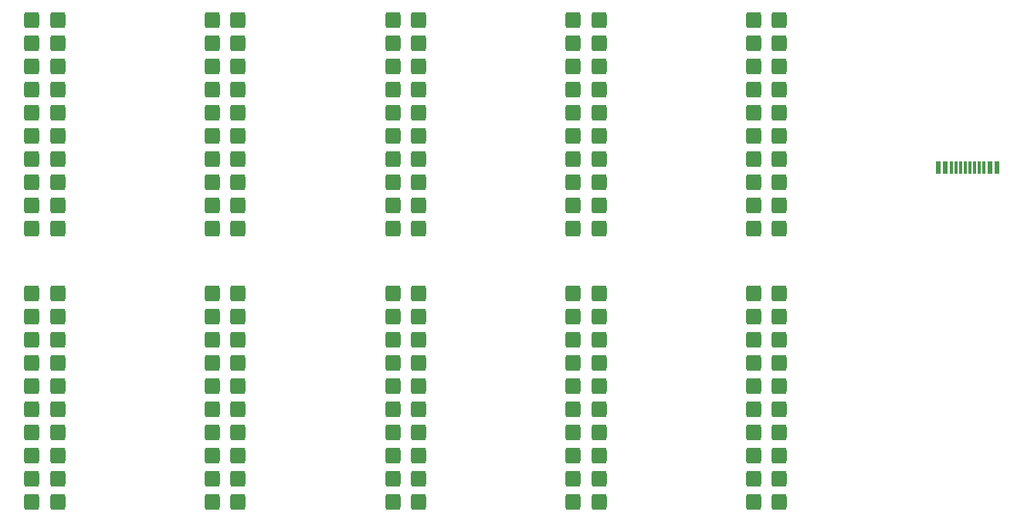
<source format=gbr>
%TF.GenerationSoftware,KiCad,Pcbnew,(6.0.2)*%
%TF.CreationDate,2022-03-22T07:25:02-04:00*%
%TF.ProjectId,Panel_Design_1,50616e65-6c5f-4446-9573-69676e5f312e,rev?*%
%TF.SameCoordinates,Original*%
%TF.FileFunction,Paste,Top*%
%TF.FilePolarity,Positive*%
%FSLAX46Y46*%
G04 Gerber Fmt 4.6, Leading zero omitted, Abs format (unit mm)*
G04 Created by KiCad (PCBNEW (6.0.2)) date 2022-03-22 07:25:02*
%MOMM*%
%LPD*%
G01*
G04 APERTURE LIST*
G04 Aperture macros list*
%AMRoundRect*
0 Rectangle with rounded corners*
0 $1 Rounding radius*
0 $2 $3 $4 $5 $6 $7 $8 $9 X,Y pos of 4 corners*
0 Add a 4 corners polygon primitive as box body*
4,1,4,$2,$3,$4,$5,$6,$7,$8,$9,$2,$3,0*
0 Add four circle primitives for the rounded corners*
1,1,$1+$1,$2,$3*
1,1,$1+$1,$4,$5*
1,1,$1+$1,$6,$7*
1,1,$1+$1,$8,$9*
0 Add four rect primitives between the rounded corners*
20,1,$1+$1,$2,$3,$4,$5,0*
20,1,$1+$1,$4,$5,$6,$7,0*
20,1,$1+$1,$6,$7,$8,$9,0*
20,1,$1+$1,$8,$9,$2,$3,0*%
G04 Aperture macros list end*
%ADD10RoundRect,0.289474X-0.535526X-0.585526X0.535526X-0.585526X0.535526X0.585526X-0.535526X0.585526X0*%
%ADD11R,0.600000X1.450000*%
%ADD12R,0.300000X1.450000*%
G04 APERTURE END LIST*
D10*
%TO.C,G47*%
X109599100Y-38640000D03*
X112421400Y-38640000D03*
%TD*%
%TO.C,G27*%
X70039100Y-38640000D03*
X72861400Y-38640000D03*
%TD*%
%TO.C,G76*%
X70039100Y-66040000D03*
X72861400Y-66040000D03*
%TD*%
%TO.C,G78*%
X70039100Y-71120000D03*
X72861400Y-71120000D03*
%TD*%
%TO.C,G30*%
X70039100Y-46260000D03*
X72861400Y-46260000D03*
%TD*%
%TO.C,G87*%
X89819100Y-68580000D03*
X92641400Y-68580000D03*
%TD*%
%TO.C,G84*%
X89819100Y-60960000D03*
X92641400Y-60960000D03*
%TD*%
%TO.C,G14*%
X50259100Y-31020000D03*
X53081400Y-31020000D03*
%TD*%
%TO.C,G13*%
X50259100Y-28480000D03*
X53081400Y-28480000D03*
%TD*%
%TO.C,G19*%
X50259100Y-43720000D03*
X53081400Y-43720000D03*
%TD*%
%TO.C,G4*%
X30479100Y-31020000D03*
X33301400Y-31020000D03*
%TD*%
%TO.C,G10*%
X30479100Y-46260000D03*
X33301400Y-46260000D03*
%TD*%
%TO.C,G3*%
X30479100Y-28480000D03*
X33301400Y-28480000D03*
%TD*%
%TO.C,G46*%
X109599100Y-36100000D03*
X112421400Y-36100000D03*
%TD*%
%TO.C,G90*%
X89819100Y-76200000D03*
X92641400Y-76200000D03*
%TD*%
%TO.C,G1*%
X30479100Y-23400000D03*
X33301400Y-23400000D03*
%TD*%
%TO.C,G64*%
X50259100Y-60960000D03*
X53081400Y-60960000D03*
%TD*%
%TO.C,G57*%
X30479100Y-68580000D03*
X33301400Y-68580000D03*
%TD*%
%TO.C,G34*%
X89819100Y-31020000D03*
X92641400Y-31020000D03*
%TD*%
%TO.C,G66*%
X50259100Y-66040000D03*
X53081400Y-66040000D03*
%TD*%
%TO.C,G41*%
X109599100Y-23400000D03*
X112421400Y-23400000D03*
%TD*%
%TO.C,G8*%
X30479100Y-41180000D03*
X33301400Y-41180000D03*
%TD*%
%TO.C,G82*%
X89819100Y-55880000D03*
X92641400Y-55880000D03*
%TD*%
%TO.C,G17*%
X50259100Y-38640000D03*
X53081400Y-38640000D03*
%TD*%
%TO.C,G65*%
X50259100Y-63500000D03*
X53081400Y-63500000D03*
%TD*%
%TO.C,G95*%
X109599100Y-63500000D03*
X112421400Y-63500000D03*
%TD*%
D11*
%TO.C,USB1*%
X129835002Y-39559999D03*
X130610002Y-39559999D03*
D12*
X131310002Y-39559999D03*
X131810002Y-39559999D03*
X132310002Y-39559999D03*
X132810002Y-39559999D03*
X133310002Y-39559999D03*
X133810002Y-39559999D03*
X134310002Y-39559999D03*
X134810002Y-39559999D03*
D11*
X135510002Y-39559999D03*
X136285002Y-39559999D03*
%TD*%
D10*
%TO.C,G70*%
X50259100Y-76200000D03*
X53081400Y-76200000D03*
%TD*%
%TO.C,G59*%
X30479100Y-73660000D03*
X33301400Y-73660000D03*
%TD*%
%TO.C,G85*%
X89819100Y-63500000D03*
X92641400Y-63500000D03*
%TD*%
%TO.C,G98*%
X109599100Y-71120000D03*
X112421400Y-71120000D03*
%TD*%
%TO.C,G24*%
X70039100Y-31020000D03*
X72861400Y-31020000D03*
%TD*%
%TO.C,G2*%
X30479100Y-25940000D03*
X33301400Y-25940000D03*
%TD*%
%TO.C,G18*%
X50259100Y-41180000D03*
X53081400Y-41180000D03*
%TD*%
%TO.C,G31*%
X89819100Y-23400000D03*
X92641400Y-23400000D03*
%TD*%
%TO.C,G80*%
X70039100Y-76200000D03*
X72861400Y-76200000D03*
%TD*%
%TO.C,G67*%
X50259100Y-68580000D03*
X53081400Y-68580000D03*
%TD*%
%TO.C,G60*%
X30479100Y-76200000D03*
X33301400Y-76200000D03*
%TD*%
%TO.C,G25*%
X70039100Y-33560000D03*
X72861400Y-33560000D03*
%TD*%
%TO.C,G73*%
X70039100Y-58420000D03*
X72861400Y-58420000D03*
%TD*%
%TO.C,G38*%
X89819100Y-41180000D03*
X92641400Y-41180000D03*
%TD*%
%TO.C,G53*%
X30479100Y-58420000D03*
X33301400Y-58420000D03*
%TD*%
%TO.C,G23*%
X70039100Y-28480000D03*
X72861400Y-28480000D03*
%TD*%
%TO.C,G26*%
X70039100Y-36100000D03*
X72861400Y-36100000D03*
%TD*%
%TO.C,G21*%
X70039100Y-23400000D03*
X72861400Y-23400000D03*
%TD*%
%TO.C,G56*%
X30479100Y-66040000D03*
X33301400Y-66040000D03*
%TD*%
%TO.C,G7*%
X30479100Y-38640000D03*
X33301400Y-38640000D03*
%TD*%
%TO.C,G39*%
X89819100Y-43720000D03*
X92641400Y-43720000D03*
%TD*%
%TO.C,G83*%
X89819100Y-58420000D03*
X92641400Y-58420000D03*
%TD*%
%TO.C,G79*%
X70039100Y-73660000D03*
X72861400Y-73660000D03*
%TD*%
%TO.C,G86*%
X89819100Y-66040000D03*
X92641400Y-66040000D03*
%TD*%
%TO.C,G89*%
X89819100Y-73660000D03*
X92641400Y-73660000D03*
%TD*%
%TO.C,G68*%
X50259100Y-71120000D03*
X53081400Y-71120000D03*
%TD*%
%TO.C,G12*%
X50259100Y-25940000D03*
X53081400Y-25940000D03*
%TD*%
%TO.C,G55*%
X30479100Y-63500000D03*
X33301400Y-63500000D03*
%TD*%
%TO.C,G96*%
X109599100Y-66040000D03*
X112421400Y-66040000D03*
%TD*%
%TO.C,G99*%
X109599100Y-73660000D03*
X112421400Y-73660000D03*
%TD*%
%TO.C,G43*%
X109599100Y-28480000D03*
X112421400Y-28480000D03*
%TD*%
%TO.C,G29*%
X70039100Y-43720000D03*
X72861400Y-43720000D03*
%TD*%
%TO.C,G48*%
X109599100Y-41180000D03*
X112421400Y-41180000D03*
%TD*%
%TO.C,G42*%
X109599100Y-25940000D03*
X112421400Y-25940000D03*
%TD*%
%TO.C,G6*%
X30479100Y-36100000D03*
X33301400Y-36100000D03*
%TD*%
%TO.C,G49*%
X109599100Y-43720000D03*
X112421400Y-43720000D03*
%TD*%
%TO.C,G93*%
X109599100Y-58420000D03*
X112421400Y-58420000D03*
%TD*%
%TO.C,G72*%
X70039100Y-55880000D03*
X72861400Y-55880000D03*
%TD*%
%TO.C,G75*%
X70039100Y-63500000D03*
X72861400Y-63500000D03*
%TD*%
%TO.C,G9*%
X30479100Y-43720000D03*
X33301400Y-43720000D03*
%TD*%
%TO.C,G16*%
X50259100Y-36100000D03*
X53081400Y-36100000D03*
%TD*%
%TO.C,G63*%
X50259100Y-58420000D03*
X53081400Y-58420000D03*
%TD*%
%TO.C,G88*%
X89819100Y-71120000D03*
X92641400Y-71120000D03*
%TD*%
%TO.C,G62*%
X50259100Y-55880000D03*
X53081400Y-55880000D03*
%TD*%
%TO.C,G97*%
X109599100Y-68580000D03*
X112421400Y-68580000D03*
%TD*%
%TO.C,G37*%
X89819100Y-38640000D03*
X92641400Y-38640000D03*
%TD*%
%TO.C,G5*%
X30479100Y-33560000D03*
X33301400Y-33560000D03*
%TD*%
%TO.C,G94*%
X109599100Y-60960000D03*
X112421400Y-60960000D03*
%TD*%
%TO.C,G28*%
X70039100Y-41180000D03*
X72861400Y-41180000D03*
%TD*%
%TO.C,G69*%
X50259100Y-73660000D03*
X53081400Y-73660000D03*
%TD*%
%TO.C,G15*%
X50259100Y-33560000D03*
X53081400Y-33560000D03*
%TD*%
%TO.C,G45*%
X109599100Y-33560000D03*
X112421400Y-33560000D03*
%TD*%
%TO.C,G92*%
X109599100Y-55880000D03*
X112421400Y-55880000D03*
%TD*%
%TO.C,G61*%
X50259100Y-53340000D03*
X53081400Y-53340000D03*
%TD*%
%TO.C,G36*%
X89819100Y-36100000D03*
X92641400Y-36100000D03*
%TD*%
%TO.C,G71*%
X70039100Y-53340000D03*
X72861400Y-53340000D03*
%TD*%
%TO.C,G52*%
X30479100Y-55880000D03*
X33301400Y-55880000D03*
%TD*%
%TO.C,G77*%
X70039100Y-68580000D03*
X72861400Y-68580000D03*
%TD*%
%TO.C,G33*%
X89819100Y-28480000D03*
X92641400Y-28480000D03*
%TD*%
%TO.C,G40*%
X89819100Y-46260000D03*
X92641400Y-46260000D03*
%TD*%
%TO.C,G100*%
X109599100Y-76200000D03*
X112421400Y-76200000D03*
%TD*%
%TO.C,G54*%
X30479100Y-60960000D03*
X33301400Y-60960000D03*
%TD*%
%TO.C,G11*%
X50259100Y-23400000D03*
X53081400Y-23400000D03*
%TD*%
%TO.C,G91*%
X109599100Y-53340000D03*
X112421400Y-53340000D03*
%TD*%
%TO.C,G81*%
X89819100Y-53340000D03*
X92641400Y-53340000D03*
%TD*%
%TO.C,G51*%
X30479100Y-53340000D03*
X33301400Y-53340000D03*
%TD*%
%TO.C,G20*%
X50259100Y-46260000D03*
X53081400Y-46260000D03*
%TD*%
%TO.C,G58*%
X30479100Y-71120000D03*
X33301400Y-71120000D03*
%TD*%
%TO.C,G50*%
X109599100Y-46260000D03*
X112421400Y-46260000D03*
%TD*%
%TO.C,G35*%
X89819100Y-33560000D03*
X92641400Y-33560000D03*
%TD*%
%TO.C,G44*%
X109599100Y-31020000D03*
X112421400Y-31020000D03*
%TD*%
%TO.C,G22*%
X70039100Y-25940000D03*
X72861400Y-25940000D03*
%TD*%
%TO.C,G32*%
X89819100Y-25940000D03*
X92641400Y-25940000D03*
%TD*%
%TO.C,G74*%
X70039100Y-60960000D03*
X72861400Y-60960000D03*
%TD*%
M02*

</source>
